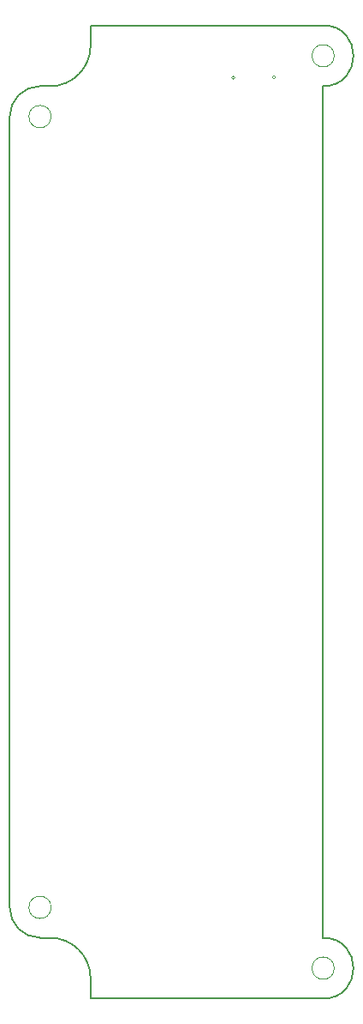
<source format=gbr>
%TF.GenerationSoftware,KiCad,Pcbnew,9.0.2*%
%TF.CreationDate,2025-06-09T09:54:49+03:00*%
%TF.ProjectId,PMMCU-ESP32C3,504d4d43-552d-4455-9350-333243332e6b,rev?*%
%TF.SameCoordinates,Original*%
%TF.FileFunction,Profile,NP*%
%FSLAX46Y46*%
G04 Gerber Fmt 4.6, Leading zero omitted, Abs format (unit mm)*
G04 Created by KiCad (PCBNEW 9.0.2) date 2025-06-09 09:54:49*
%MOMM*%
%LPD*%
G01*
G04 APERTURE LIST*
%TA.AperFunction,Profile*%
%ADD10C,0.200000*%
%TD*%
%TA.AperFunction,Profile*%
%ADD11C,0.100000*%
%TD*%
%TA.AperFunction,Profile*%
%ADD12C,0.050000*%
%TD*%
G04 APERTURE END LIST*
D10*
X3000000Y-42000000D02*
G75*
G02*
X0Y-39000000I0J3000000D01*
G01*
X8000000Y46000000D02*
G75*
G02*
X4000000Y42000000I-4000000J0D01*
G01*
X8000000Y-48000000D02*
X8000000Y-46000000D01*
X4000000Y42000000D02*
X3000000Y42000000D01*
X4000000Y-42000000D02*
X3000000Y-42000000D01*
X0Y39000000D02*
G75*
G02*
X3000000Y42000000I3000000J0D01*
G01*
X4000000Y-42000000D02*
G75*
G02*
X8000000Y-46000000I0J-4000000D01*
G01*
X8000000Y48000000D02*
X8000000Y46000000D01*
X31000000Y-42000000D02*
X31000000Y42000000D01*
X31000000Y-42000000D02*
G75*
G02*
X31000000Y-48000000I0J-3000000D01*
G01*
X0Y39000000D02*
X0Y-39000000D01*
X31000000Y48000000D02*
X8000000Y48000000D01*
X31000000Y-48000000D02*
X8000000Y-48000000D01*
X31000000Y48000000D02*
G75*
G02*
X31000000Y42000000I0J-3000000D01*
G01*
D11*
%TO.C,J1*%
X22300028Y42852208D02*
G75*
G02*
X21960028Y42852208I-170000J0D01*
G01*
X21960028Y42852208D02*
G75*
G02*
X22300028Y42852208I170000J0D01*
G01*
X26300028Y42852208D02*
G75*
G02*
X25960028Y42852208I-170000J0D01*
G01*
X25960028Y42852208D02*
G75*
G02*
X26300028Y42852208I170000J0D01*
G01*
D12*
%TO.C,H2*%
X4100000Y-39000000D02*
G75*
G02*
X1900000Y-39000000I-1100000J0D01*
G01*
X1900000Y-39000000D02*
G75*
G02*
X4100000Y-39000000I1100000J0D01*
G01*
%TO.C,H4*%
X32100000Y-45000000D02*
G75*
G02*
X29900000Y-45000000I-1100000J0D01*
G01*
X29900000Y-45000000D02*
G75*
G02*
X32100000Y-45000000I1100000J0D01*
G01*
%TO.C,H3*%
X32100000Y45000000D02*
G75*
G02*
X29900000Y45000000I-1100000J0D01*
G01*
X29900000Y45000000D02*
G75*
G02*
X32100000Y45000000I1100000J0D01*
G01*
%TO.C,H1*%
X4100000Y39000000D02*
G75*
G02*
X1900000Y39000000I-1100000J0D01*
G01*
X1900000Y39000000D02*
G75*
G02*
X4100000Y39000000I1100000J0D01*
G01*
%TD*%
M02*

</source>
